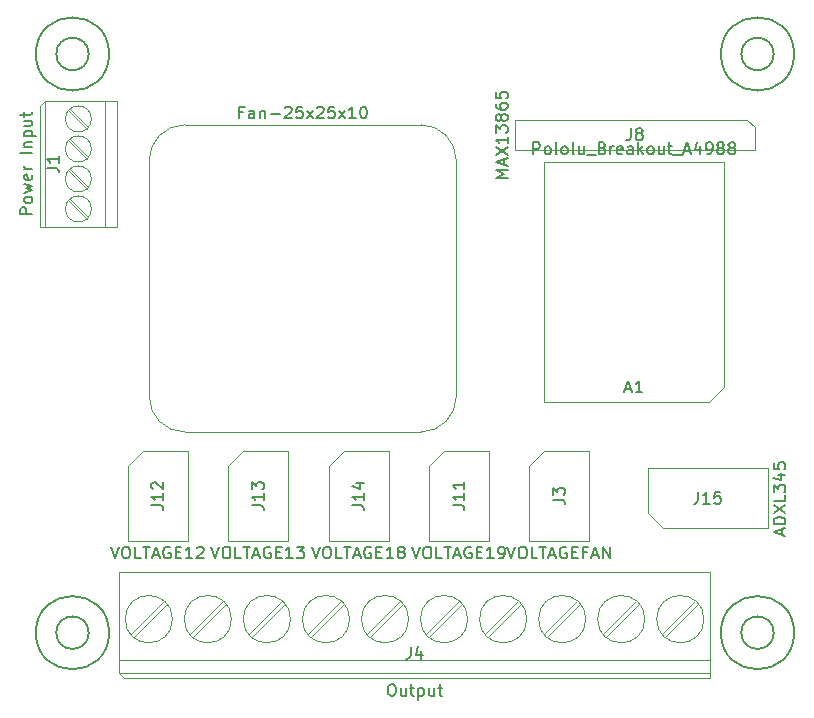
<source format=gbr>
%TF.GenerationSoftware,KiCad,Pcbnew,(5.1.9)-1*%
%TF.CreationDate,2021-03-07T19:12:45-05:00*%
%TF.ProjectId,bigp4ppa,62696770-3470-4706-912e-6b696361645f,rev?*%
%TF.SameCoordinates,Original*%
%TF.FileFunction,Other,Fab,Top*%
%FSLAX46Y46*%
G04 Gerber Fmt 4.6, Leading zero omitted, Abs format (unit mm)*
G04 Created by KiCad (PCBNEW (5.1.9)-1) date 2021-03-07 19:12:45*
%MOMM*%
%LPD*%
G01*
G04 APERTURE LIST*
%ADD10C,0.100000*%
%ADD11C,0.120000*%
%ADD12C,0.150000*%
G04 APERTURE END LIST*
D10*
%TO.C,J4*%
X82462000Y-96350000D02*
G75*
G03*
X82462000Y-96350000I-2000000J0D01*
G01*
X87462000Y-96350000D02*
G75*
G03*
X87462000Y-96350000I-2000000J0D01*
G01*
X92462000Y-96350000D02*
G75*
G03*
X92462000Y-96350000I-2000000J0D01*
G01*
X97462000Y-96350000D02*
G75*
G03*
X97462000Y-96350000I-2000000J0D01*
G01*
X102462000Y-96350000D02*
G75*
G03*
X102462000Y-96350000I-2000000J0D01*
G01*
X107462000Y-96350000D02*
G75*
G03*
X107462000Y-96350000I-2000000J0D01*
G01*
X112462000Y-96350000D02*
G75*
G03*
X112462000Y-96350000I-2000000J0D01*
G01*
X117462000Y-96350000D02*
G75*
G03*
X117462000Y-96350000I-2000000J0D01*
G01*
X122462000Y-96350000D02*
G75*
G03*
X122462000Y-96350000I-2000000J0D01*
G01*
X127462000Y-96350000D02*
G75*
G03*
X127462000Y-96350000I-2000000J0D01*
G01*
X77962000Y-92350000D02*
X127962000Y-92350000D01*
X127962000Y-92350000D02*
X127962000Y-101350000D01*
X127962000Y-101350000D02*
X78362000Y-101350000D01*
X78362000Y-101350000D02*
X77962000Y-100950000D01*
X77962000Y-100950000D02*
X77962000Y-92350000D01*
X77962000Y-100950000D02*
X127962000Y-100950000D01*
X77962000Y-99850000D02*
X127962000Y-99850000D01*
X81979000Y-95077000D02*
X79189000Y-97867000D01*
X81735000Y-94833000D02*
X78945000Y-97623000D01*
X86979000Y-95077000D02*
X84190000Y-97867000D01*
X86735000Y-94833000D02*
X83946000Y-97623000D01*
X91979000Y-95077000D02*
X89190000Y-97867000D01*
X91735000Y-94833000D02*
X88946000Y-97623000D01*
X96979000Y-95077000D02*
X94190000Y-97867000D01*
X96735000Y-94833000D02*
X93946000Y-97623000D01*
X101979000Y-95077000D02*
X99190000Y-97867000D01*
X101735000Y-94833000D02*
X98946000Y-97623000D01*
X106979000Y-95077000D02*
X104190000Y-97867000D01*
X106735000Y-94833000D02*
X103946000Y-97623000D01*
X111979000Y-95077000D02*
X109190000Y-97867000D01*
X111735000Y-94833000D02*
X108946000Y-97623000D01*
X116979000Y-95077000D02*
X114190000Y-97867000D01*
X116735000Y-94833000D02*
X113946000Y-97623000D01*
X121979000Y-95077000D02*
X119190000Y-97867000D01*
X121735000Y-94833000D02*
X118946000Y-97623000D01*
X126979000Y-95077000D02*
X124190000Y-97867000D01*
X126735000Y-94833000D02*
X123946000Y-97623000D01*
%TO.C,J15*%
X122692000Y-87396000D02*
X122692000Y-83586000D01*
X122692000Y-83586000D02*
X132852000Y-83586000D01*
X132852000Y-83586000D02*
X132852000Y-88666000D01*
X132852000Y-88666000D02*
X123962000Y-88666000D01*
X123962000Y-88666000D02*
X122692000Y-87396000D01*
%TO.C,A1*%
X129159000Y-76708000D02*
X127889000Y-77978000D01*
X127889000Y-77978000D02*
X113919000Y-77978000D01*
X113919000Y-77978000D02*
X113919000Y-57658000D01*
X113919000Y-57658000D02*
X129159000Y-57658000D01*
X129159000Y-57658000D02*
X129159000Y-76708000D01*
D11*
%TO.C,25x25*%
X80500000Y-77500000D02*
X80500000Y-57500000D01*
X103500000Y-80500000D02*
X83500000Y-80500000D01*
X106500000Y-57500000D02*
X106500000Y-77500000D01*
X83500000Y-54500000D02*
X103500000Y-54500000D01*
X80500000Y-57500000D02*
G75*
G02*
X83500000Y-54500000I3000000J0D01*
G01*
X83500000Y-80500000D02*
G75*
G02*
X80500000Y-77500000I0J3000000D01*
G01*
X106500000Y-77500000D02*
G75*
G02*
X103500000Y-80500000I-3000000J0D01*
G01*
X103500000Y-54500000D02*
G75*
G02*
X106500000Y-57500000I0J-3000000D01*
G01*
D10*
%TO.C,J1*%
X75335000Y-62321000D02*
X73800000Y-60786000D01*
X75200000Y-62455000D02*
X73665000Y-60920000D01*
X75335000Y-59781000D02*
X73800000Y-58246000D01*
X75200000Y-59915000D02*
X73665000Y-58380000D01*
X75335000Y-57241000D02*
X73800000Y-55706000D01*
X75200000Y-57375000D02*
X73665000Y-55840000D01*
X75335000Y-54701000D02*
X73800000Y-53165000D01*
X75200000Y-54835000D02*
X73665000Y-53299000D01*
X76750000Y-52500000D02*
X76750000Y-63120000D01*
X71650000Y-52500000D02*
X71650000Y-63120000D01*
X71650000Y-52500000D02*
X77750000Y-52500000D01*
X71250000Y-52900000D02*
X71650000Y-52500000D01*
X71250000Y-63120000D02*
X71250000Y-52900000D01*
X77750000Y-63120000D02*
X71250000Y-63120000D01*
X77750000Y-52500000D02*
X77750000Y-63120000D01*
X75600000Y-61620000D02*
G75*
G03*
X75600000Y-61620000I-1100000J0D01*
G01*
X75600000Y-59080000D02*
G75*
G03*
X75600000Y-59080000I-1100000J0D01*
G01*
X75600000Y-56540000D02*
G75*
G03*
X75600000Y-56540000I-1100000J0D01*
G01*
X75600000Y-54000000D02*
G75*
G03*
X75600000Y-54000000I-1100000J0D01*
G01*
%TO.C,J14*%
X95692000Y-83350000D02*
X96962000Y-82080000D01*
X95692000Y-89700000D02*
X95692000Y-83350000D01*
X100772000Y-89700000D02*
X95692000Y-89700000D01*
X100772000Y-82080000D02*
X100772000Y-89700000D01*
X96962000Y-82080000D02*
X100772000Y-82080000D01*
%TO.C,J13*%
X87192000Y-83350000D02*
X88462000Y-82080000D01*
X87192000Y-89700000D02*
X87192000Y-83350000D01*
X92272000Y-89700000D02*
X87192000Y-89700000D01*
X92272000Y-82080000D02*
X92272000Y-89700000D01*
X88462000Y-82080000D02*
X92272000Y-82080000D01*
%TO.C,J12*%
X78692000Y-83350000D02*
X79962000Y-82080000D01*
X78692000Y-89700000D02*
X78692000Y-83350000D01*
X83772000Y-89700000D02*
X78692000Y-89700000D01*
X83772000Y-82080000D02*
X83772000Y-89700000D01*
X79962000Y-82080000D02*
X83772000Y-82080000D01*
%TO.C,J11*%
X104192000Y-83350000D02*
X105462000Y-82080000D01*
X104192000Y-89700000D02*
X104192000Y-83350000D01*
X109272000Y-89700000D02*
X104192000Y-89700000D01*
X109272000Y-82080000D02*
X109272000Y-89700000D01*
X105462000Y-82080000D02*
X109272000Y-82080000D01*
%TO.C,J8*%
X131770000Y-54715000D02*
X131770000Y-56620000D01*
X131770000Y-56620000D02*
X111450000Y-56620000D01*
X111450000Y-56620000D02*
X111450000Y-54080000D01*
X111450000Y-54080000D02*
X131135000Y-54080000D01*
X131135000Y-54080000D02*
X131770000Y-54715000D01*
%TO.C,J3*%
X113962000Y-82080000D02*
X117772000Y-82080000D01*
X117772000Y-82080000D02*
X117772000Y-89700000D01*
X117772000Y-89700000D02*
X112692000Y-89700000D01*
X112692000Y-89700000D02*
X112692000Y-83350000D01*
X112692000Y-83350000D02*
X113962000Y-82080000D01*
D12*
%TO.C,*%
X135100000Y-48500000D02*
G75*
G03*
X135100000Y-48500000I-3100000J0D01*
G01*
X133375000Y-48500000D02*
G75*
G03*
X133375000Y-48500000I-1375000J0D01*
G01*
X135100000Y-97500000D02*
G75*
G03*
X135100000Y-97500000I-3100000J0D01*
G01*
X133375000Y-97500000D02*
G75*
G03*
X133375000Y-97500000I-1375000J0D01*
G01*
X77100000Y-97500000D02*
G75*
G03*
X77100000Y-97500000I-3100000J0D01*
G01*
X75375000Y-97500000D02*
G75*
G03*
X75375000Y-97500000I-1375000J0D01*
G01*
X77100000Y-48500000D02*
G75*
G03*
X77100000Y-48500000I-3100000J0D01*
G01*
X75375000Y-48500000D02*
G75*
G03*
X75375000Y-48500000I-1375000J0D01*
G01*
%TD*%
%TO.C,J4*%
X100938190Y-101862380D02*
X101128666Y-101862380D01*
X101223904Y-101910000D01*
X101319142Y-102005238D01*
X101366761Y-102195714D01*
X101366761Y-102529047D01*
X101319142Y-102719523D01*
X101223904Y-102814761D01*
X101128666Y-102862380D01*
X100938190Y-102862380D01*
X100842952Y-102814761D01*
X100747714Y-102719523D01*
X100700095Y-102529047D01*
X100700095Y-102195714D01*
X100747714Y-102005238D01*
X100842952Y-101910000D01*
X100938190Y-101862380D01*
X102223904Y-102195714D02*
X102223904Y-102862380D01*
X101795333Y-102195714D02*
X101795333Y-102719523D01*
X101842952Y-102814761D01*
X101938190Y-102862380D01*
X102081047Y-102862380D01*
X102176285Y-102814761D01*
X102223904Y-102767142D01*
X102557238Y-102195714D02*
X102938190Y-102195714D01*
X102700095Y-101862380D02*
X102700095Y-102719523D01*
X102747714Y-102814761D01*
X102842952Y-102862380D01*
X102938190Y-102862380D01*
X103271523Y-102195714D02*
X103271523Y-103195714D01*
X103271523Y-102243333D02*
X103366761Y-102195714D01*
X103557238Y-102195714D01*
X103652476Y-102243333D01*
X103700095Y-102290952D01*
X103747714Y-102386190D01*
X103747714Y-102671904D01*
X103700095Y-102767142D01*
X103652476Y-102814761D01*
X103557238Y-102862380D01*
X103366761Y-102862380D01*
X103271523Y-102814761D01*
X104604857Y-102195714D02*
X104604857Y-102862380D01*
X104176285Y-102195714D02*
X104176285Y-102719523D01*
X104223904Y-102814761D01*
X104319142Y-102862380D01*
X104462000Y-102862380D01*
X104557238Y-102814761D01*
X104604857Y-102767142D01*
X104938190Y-102195714D02*
X105319142Y-102195714D01*
X105081047Y-101862380D02*
X105081047Y-102719523D01*
X105128666Y-102814761D01*
X105223904Y-102862380D01*
X105319142Y-102862380D01*
X102628666Y-98702380D02*
X102628666Y-99416666D01*
X102581047Y-99559523D01*
X102485809Y-99654761D01*
X102342952Y-99702380D01*
X102247714Y-99702380D01*
X103533428Y-99035714D02*
X103533428Y-99702380D01*
X103295333Y-98654761D02*
X103057238Y-99369047D01*
X103676285Y-99369047D01*
%TO.C,J15*%
X134078666Y-89173619D02*
X134078666Y-88697428D01*
X134364380Y-89268857D02*
X133364380Y-88935523D01*
X134364380Y-88602190D01*
X134364380Y-88268857D02*
X133364380Y-88268857D01*
X133364380Y-88030761D01*
X133412000Y-87887904D01*
X133507238Y-87792666D01*
X133602476Y-87745047D01*
X133792952Y-87697428D01*
X133935809Y-87697428D01*
X134126285Y-87745047D01*
X134221523Y-87792666D01*
X134316761Y-87887904D01*
X134364380Y-88030761D01*
X134364380Y-88268857D01*
X133364380Y-87364095D02*
X134364380Y-86697428D01*
X133364380Y-86697428D02*
X134364380Y-87364095D01*
X134364380Y-85840285D02*
X134364380Y-86316476D01*
X133364380Y-86316476D01*
X133364380Y-85602190D02*
X133364380Y-84983142D01*
X133745333Y-85316476D01*
X133745333Y-85173619D01*
X133792952Y-85078380D01*
X133840571Y-85030761D01*
X133935809Y-84983142D01*
X134173904Y-84983142D01*
X134269142Y-85030761D01*
X134316761Y-85078380D01*
X134364380Y-85173619D01*
X134364380Y-85459333D01*
X134316761Y-85554571D01*
X134269142Y-85602190D01*
X133697714Y-84126000D02*
X134364380Y-84126000D01*
X133316761Y-84364095D02*
X134031047Y-84602190D01*
X134031047Y-83983142D01*
X133364380Y-83126000D02*
X133364380Y-83602190D01*
X133840571Y-83649809D01*
X133792952Y-83602190D01*
X133745333Y-83506952D01*
X133745333Y-83268857D01*
X133792952Y-83173619D01*
X133840571Y-83126000D01*
X133935809Y-83078380D01*
X134173904Y-83078380D01*
X134269142Y-83126000D01*
X134316761Y-83173619D01*
X134364380Y-83268857D01*
X134364380Y-83506952D01*
X134316761Y-83602190D01*
X134269142Y-83649809D01*
X126962476Y-85578380D02*
X126962476Y-86292666D01*
X126914857Y-86435523D01*
X126819619Y-86530761D01*
X126676761Y-86578380D01*
X126581523Y-86578380D01*
X127962476Y-86578380D02*
X127391047Y-86578380D01*
X127676761Y-86578380D02*
X127676761Y-85578380D01*
X127581523Y-85721238D01*
X127486285Y-85816476D01*
X127391047Y-85864095D01*
X128867238Y-85578380D02*
X128391047Y-85578380D01*
X128343428Y-86054571D01*
X128391047Y-86006952D01*
X128486285Y-85959333D01*
X128724380Y-85959333D01*
X128819619Y-86006952D01*
X128867238Y-86054571D01*
X128914857Y-86149809D01*
X128914857Y-86387904D01*
X128867238Y-86483142D01*
X128819619Y-86530761D01*
X128724380Y-86578380D01*
X128486285Y-86578380D01*
X128391047Y-86530761D01*
X128343428Y-86483142D01*
%TO.C,A1*%
X113015190Y-56990380D02*
X113015190Y-55990380D01*
X113396142Y-55990380D01*
X113491380Y-56038000D01*
X113539000Y-56085619D01*
X113586619Y-56180857D01*
X113586619Y-56323714D01*
X113539000Y-56418952D01*
X113491380Y-56466571D01*
X113396142Y-56514190D01*
X113015190Y-56514190D01*
X114158047Y-56990380D02*
X114062809Y-56942761D01*
X114015190Y-56895142D01*
X113967571Y-56799904D01*
X113967571Y-56514190D01*
X114015190Y-56418952D01*
X114062809Y-56371333D01*
X114158047Y-56323714D01*
X114300904Y-56323714D01*
X114396142Y-56371333D01*
X114443761Y-56418952D01*
X114491380Y-56514190D01*
X114491380Y-56799904D01*
X114443761Y-56895142D01*
X114396142Y-56942761D01*
X114300904Y-56990380D01*
X114158047Y-56990380D01*
X115062809Y-56990380D02*
X114967571Y-56942761D01*
X114919952Y-56847523D01*
X114919952Y-55990380D01*
X115586619Y-56990380D02*
X115491380Y-56942761D01*
X115443761Y-56895142D01*
X115396142Y-56799904D01*
X115396142Y-56514190D01*
X115443761Y-56418952D01*
X115491380Y-56371333D01*
X115586619Y-56323714D01*
X115729476Y-56323714D01*
X115824714Y-56371333D01*
X115872333Y-56418952D01*
X115919952Y-56514190D01*
X115919952Y-56799904D01*
X115872333Y-56895142D01*
X115824714Y-56942761D01*
X115729476Y-56990380D01*
X115586619Y-56990380D01*
X116491380Y-56990380D02*
X116396142Y-56942761D01*
X116348523Y-56847523D01*
X116348523Y-55990380D01*
X117300904Y-56323714D02*
X117300904Y-56990380D01*
X116872333Y-56323714D02*
X116872333Y-56847523D01*
X116919952Y-56942761D01*
X117015190Y-56990380D01*
X117158047Y-56990380D01*
X117253285Y-56942761D01*
X117300904Y-56895142D01*
X117539000Y-57085619D02*
X118300904Y-57085619D01*
X118872333Y-56466571D02*
X119015190Y-56514190D01*
X119062809Y-56561809D01*
X119110428Y-56657047D01*
X119110428Y-56799904D01*
X119062809Y-56895142D01*
X119015190Y-56942761D01*
X118919952Y-56990380D01*
X118539000Y-56990380D01*
X118539000Y-55990380D01*
X118872333Y-55990380D01*
X118967571Y-56038000D01*
X119015190Y-56085619D01*
X119062809Y-56180857D01*
X119062809Y-56276095D01*
X119015190Y-56371333D01*
X118967571Y-56418952D01*
X118872333Y-56466571D01*
X118539000Y-56466571D01*
X119539000Y-56990380D02*
X119539000Y-56323714D01*
X119539000Y-56514190D02*
X119586619Y-56418952D01*
X119634238Y-56371333D01*
X119729476Y-56323714D01*
X119824714Y-56323714D01*
X120539000Y-56942761D02*
X120443761Y-56990380D01*
X120253285Y-56990380D01*
X120158047Y-56942761D01*
X120110428Y-56847523D01*
X120110428Y-56466571D01*
X120158047Y-56371333D01*
X120253285Y-56323714D01*
X120443761Y-56323714D01*
X120539000Y-56371333D01*
X120586619Y-56466571D01*
X120586619Y-56561809D01*
X120110428Y-56657047D01*
X121443761Y-56990380D02*
X121443761Y-56466571D01*
X121396142Y-56371333D01*
X121300904Y-56323714D01*
X121110428Y-56323714D01*
X121015190Y-56371333D01*
X121443761Y-56942761D02*
X121348523Y-56990380D01*
X121110428Y-56990380D01*
X121015190Y-56942761D01*
X120967571Y-56847523D01*
X120967571Y-56752285D01*
X121015190Y-56657047D01*
X121110428Y-56609428D01*
X121348523Y-56609428D01*
X121443761Y-56561809D01*
X121919952Y-56990380D02*
X121919952Y-55990380D01*
X122015190Y-56609428D02*
X122300904Y-56990380D01*
X122300904Y-56323714D02*
X121919952Y-56704666D01*
X122872333Y-56990380D02*
X122777095Y-56942761D01*
X122729476Y-56895142D01*
X122681857Y-56799904D01*
X122681857Y-56514190D01*
X122729476Y-56418952D01*
X122777095Y-56371333D01*
X122872333Y-56323714D01*
X123015190Y-56323714D01*
X123110428Y-56371333D01*
X123158047Y-56418952D01*
X123205666Y-56514190D01*
X123205666Y-56799904D01*
X123158047Y-56895142D01*
X123110428Y-56942761D01*
X123015190Y-56990380D01*
X122872333Y-56990380D01*
X124062809Y-56323714D02*
X124062809Y-56990380D01*
X123634238Y-56323714D02*
X123634238Y-56847523D01*
X123681857Y-56942761D01*
X123777095Y-56990380D01*
X123919952Y-56990380D01*
X124015190Y-56942761D01*
X124062809Y-56895142D01*
X124396142Y-56323714D02*
X124777095Y-56323714D01*
X124539000Y-55990380D02*
X124539000Y-56847523D01*
X124586619Y-56942761D01*
X124681857Y-56990380D01*
X124777095Y-56990380D01*
X124872333Y-57085619D02*
X125634238Y-57085619D01*
X125824714Y-56704666D02*
X126300904Y-56704666D01*
X125729476Y-56990380D02*
X126062809Y-55990380D01*
X126396142Y-56990380D01*
X127158047Y-56323714D02*
X127158047Y-56990380D01*
X126919952Y-55942761D02*
X126681857Y-56657047D01*
X127300904Y-56657047D01*
X127729476Y-56990380D02*
X127919952Y-56990380D01*
X128015190Y-56942761D01*
X128062809Y-56895142D01*
X128158047Y-56752285D01*
X128205666Y-56561809D01*
X128205666Y-56180857D01*
X128158047Y-56085619D01*
X128110428Y-56038000D01*
X128015190Y-55990380D01*
X127824714Y-55990380D01*
X127729476Y-56038000D01*
X127681857Y-56085619D01*
X127634238Y-56180857D01*
X127634238Y-56418952D01*
X127681857Y-56514190D01*
X127729476Y-56561809D01*
X127824714Y-56609428D01*
X128015190Y-56609428D01*
X128110428Y-56561809D01*
X128158047Y-56514190D01*
X128205666Y-56418952D01*
X128777095Y-56418952D02*
X128681857Y-56371333D01*
X128634238Y-56323714D01*
X128586619Y-56228476D01*
X128586619Y-56180857D01*
X128634238Y-56085619D01*
X128681857Y-56038000D01*
X128777095Y-55990380D01*
X128967571Y-55990380D01*
X129062809Y-56038000D01*
X129110428Y-56085619D01*
X129158047Y-56180857D01*
X129158047Y-56228476D01*
X129110428Y-56323714D01*
X129062809Y-56371333D01*
X128967571Y-56418952D01*
X128777095Y-56418952D01*
X128681857Y-56466571D01*
X128634238Y-56514190D01*
X128586619Y-56609428D01*
X128586619Y-56799904D01*
X128634238Y-56895142D01*
X128681857Y-56942761D01*
X128777095Y-56990380D01*
X128967571Y-56990380D01*
X129062809Y-56942761D01*
X129110428Y-56895142D01*
X129158047Y-56799904D01*
X129158047Y-56609428D01*
X129110428Y-56514190D01*
X129062809Y-56466571D01*
X128967571Y-56418952D01*
X129729476Y-56418952D02*
X129634238Y-56371333D01*
X129586619Y-56323714D01*
X129539000Y-56228476D01*
X129539000Y-56180857D01*
X129586619Y-56085619D01*
X129634238Y-56038000D01*
X129729476Y-55990380D01*
X129919952Y-55990380D01*
X130015190Y-56038000D01*
X130062809Y-56085619D01*
X130110428Y-56180857D01*
X130110428Y-56228476D01*
X130062809Y-56323714D01*
X130015190Y-56371333D01*
X129919952Y-56418952D01*
X129729476Y-56418952D01*
X129634238Y-56466571D01*
X129586619Y-56514190D01*
X129539000Y-56609428D01*
X129539000Y-56799904D01*
X129586619Y-56895142D01*
X129634238Y-56942761D01*
X129729476Y-56990380D01*
X129919952Y-56990380D01*
X130015190Y-56942761D01*
X130062809Y-56895142D01*
X130110428Y-56799904D01*
X130110428Y-56609428D01*
X130062809Y-56514190D01*
X130015190Y-56466571D01*
X129919952Y-56418952D01*
X120824714Y-76874666D02*
X121300904Y-76874666D01*
X120729476Y-77160380D02*
X121062809Y-76160380D01*
X121396142Y-77160380D01*
X122253285Y-77160380D02*
X121681857Y-77160380D01*
X121967571Y-77160380D02*
X121967571Y-76160380D01*
X121872333Y-76303238D01*
X121777095Y-76398476D01*
X121681857Y-76446095D01*
%TO.C,25x25*%
X88452380Y-53428571D02*
X88119047Y-53428571D01*
X88119047Y-53952380D02*
X88119047Y-52952380D01*
X88595238Y-52952380D01*
X89404761Y-53952380D02*
X89404761Y-53428571D01*
X89357142Y-53333333D01*
X89261904Y-53285714D01*
X89071428Y-53285714D01*
X88976190Y-53333333D01*
X89404761Y-53904761D02*
X89309523Y-53952380D01*
X89071428Y-53952380D01*
X88976190Y-53904761D01*
X88928571Y-53809523D01*
X88928571Y-53714285D01*
X88976190Y-53619047D01*
X89071428Y-53571428D01*
X89309523Y-53571428D01*
X89404761Y-53523809D01*
X89880952Y-53285714D02*
X89880952Y-53952380D01*
X89880952Y-53380952D02*
X89928571Y-53333333D01*
X90023809Y-53285714D01*
X90166666Y-53285714D01*
X90261904Y-53333333D01*
X90309523Y-53428571D01*
X90309523Y-53952380D01*
X90785714Y-53571428D02*
X91547619Y-53571428D01*
X91976190Y-53047619D02*
X92023809Y-53000000D01*
X92119047Y-52952380D01*
X92357142Y-52952380D01*
X92452380Y-53000000D01*
X92500000Y-53047619D01*
X92547619Y-53142857D01*
X92547619Y-53238095D01*
X92500000Y-53380952D01*
X91928571Y-53952380D01*
X92547619Y-53952380D01*
X93452380Y-52952380D02*
X92976190Y-52952380D01*
X92928571Y-53428571D01*
X92976190Y-53380952D01*
X93071428Y-53333333D01*
X93309523Y-53333333D01*
X93404761Y-53380952D01*
X93452380Y-53428571D01*
X93500000Y-53523809D01*
X93500000Y-53761904D01*
X93452380Y-53857142D01*
X93404761Y-53904761D01*
X93309523Y-53952380D01*
X93071428Y-53952380D01*
X92976190Y-53904761D01*
X92928571Y-53857142D01*
X93833333Y-53952380D02*
X94357142Y-53285714D01*
X93833333Y-53285714D02*
X94357142Y-53952380D01*
X94690476Y-53047619D02*
X94738095Y-53000000D01*
X94833333Y-52952380D01*
X95071428Y-52952380D01*
X95166666Y-53000000D01*
X95214285Y-53047619D01*
X95261904Y-53142857D01*
X95261904Y-53238095D01*
X95214285Y-53380952D01*
X94642857Y-53952380D01*
X95261904Y-53952380D01*
X96166666Y-52952380D02*
X95690476Y-52952380D01*
X95642857Y-53428571D01*
X95690476Y-53380952D01*
X95785714Y-53333333D01*
X96023809Y-53333333D01*
X96119047Y-53380952D01*
X96166666Y-53428571D01*
X96214285Y-53523809D01*
X96214285Y-53761904D01*
X96166666Y-53857142D01*
X96119047Y-53904761D01*
X96023809Y-53952380D01*
X95785714Y-53952380D01*
X95690476Y-53904761D01*
X95642857Y-53857142D01*
X96547619Y-53952380D02*
X97071428Y-53285714D01*
X96547619Y-53285714D02*
X97071428Y-53952380D01*
X97976190Y-53952380D02*
X97404761Y-53952380D01*
X97690476Y-53952380D02*
X97690476Y-52952380D01*
X97595238Y-53095238D01*
X97500000Y-53190476D01*
X97404761Y-53238095D01*
X98595238Y-52952380D02*
X98690476Y-52952380D01*
X98785714Y-53000000D01*
X98833333Y-53047619D01*
X98880952Y-53142857D01*
X98928571Y-53333333D01*
X98928571Y-53571428D01*
X98880952Y-53761904D01*
X98833333Y-53857142D01*
X98785714Y-53904761D01*
X98690476Y-53952380D01*
X98595238Y-53952380D01*
X98500000Y-53904761D01*
X98452380Y-53857142D01*
X98404761Y-53761904D01*
X98357142Y-53571428D01*
X98357142Y-53333333D01*
X98404761Y-53142857D01*
X98452380Y-53047619D01*
X98500000Y-53000000D01*
X98595238Y-52952380D01*
%TO.C,J1*%
X70582380Y-62048095D02*
X69582380Y-62048095D01*
X69582380Y-61667142D01*
X69630000Y-61571904D01*
X69677619Y-61524285D01*
X69772857Y-61476666D01*
X69915714Y-61476666D01*
X70010952Y-61524285D01*
X70058571Y-61571904D01*
X70106190Y-61667142D01*
X70106190Y-62048095D01*
X70582380Y-60905238D02*
X70534761Y-61000476D01*
X70487142Y-61048095D01*
X70391904Y-61095714D01*
X70106190Y-61095714D01*
X70010952Y-61048095D01*
X69963333Y-61000476D01*
X69915714Y-60905238D01*
X69915714Y-60762380D01*
X69963333Y-60667142D01*
X70010952Y-60619523D01*
X70106190Y-60571904D01*
X70391904Y-60571904D01*
X70487142Y-60619523D01*
X70534761Y-60667142D01*
X70582380Y-60762380D01*
X70582380Y-60905238D01*
X69915714Y-60238571D02*
X70582380Y-60048095D01*
X70106190Y-59857619D01*
X70582380Y-59667142D01*
X69915714Y-59476666D01*
X70534761Y-58714761D02*
X70582380Y-58810000D01*
X70582380Y-59000476D01*
X70534761Y-59095714D01*
X70439523Y-59143333D01*
X70058571Y-59143333D01*
X69963333Y-59095714D01*
X69915714Y-59000476D01*
X69915714Y-58810000D01*
X69963333Y-58714761D01*
X70058571Y-58667142D01*
X70153809Y-58667142D01*
X70249047Y-59143333D01*
X70582380Y-58238571D02*
X69915714Y-58238571D01*
X70106190Y-58238571D02*
X70010952Y-58190952D01*
X69963333Y-58143333D01*
X69915714Y-58048095D01*
X69915714Y-57952857D01*
X70582380Y-56857619D02*
X69582380Y-56857619D01*
X69915714Y-56381428D02*
X70582380Y-56381428D01*
X70010952Y-56381428D02*
X69963333Y-56333809D01*
X69915714Y-56238571D01*
X69915714Y-56095714D01*
X69963333Y-56000476D01*
X70058571Y-55952857D01*
X70582380Y-55952857D01*
X69915714Y-55476666D02*
X70915714Y-55476666D01*
X69963333Y-55476666D02*
X69915714Y-55381428D01*
X69915714Y-55190952D01*
X69963333Y-55095714D01*
X70010952Y-55048095D01*
X70106190Y-55000476D01*
X70391904Y-55000476D01*
X70487142Y-55048095D01*
X70534761Y-55095714D01*
X70582380Y-55190952D01*
X70582380Y-55381428D01*
X70534761Y-55476666D01*
X69915714Y-54143333D02*
X70582380Y-54143333D01*
X69915714Y-54571904D02*
X70439523Y-54571904D01*
X70534761Y-54524285D01*
X70582380Y-54429047D01*
X70582380Y-54286190D01*
X70534761Y-54190952D01*
X70487142Y-54143333D01*
X69915714Y-53810000D02*
X69915714Y-53429047D01*
X69582380Y-53667142D02*
X70439523Y-53667142D01*
X70534761Y-53619523D01*
X70582380Y-53524285D01*
X70582380Y-53429047D01*
X71842380Y-58143333D02*
X72556666Y-58143333D01*
X72699523Y-58190952D01*
X72794761Y-58286190D01*
X72842380Y-58429047D01*
X72842380Y-58524285D01*
X72842380Y-57143333D02*
X72842380Y-57714761D01*
X72842380Y-57429047D02*
X71842380Y-57429047D01*
X71985238Y-57524285D01*
X72080476Y-57619523D01*
X72128095Y-57714761D01*
%TO.C,J14*%
X94255809Y-90212380D02*
X94589142Y-91212380D01*
X94922476Y-90212380D01*
X95446285Y-90212380D02*
X95636761Y-90212380D01*
X95732000Y-90260000D01*
X95827238Y-90355238D01*
X95874857Y-90545714D01*
X95874857Y-90879047D01*
X95827238Y-91069523D01*
X95732000Y-91164761D01*
X95636761Y-91212380D01*
X95446285Y-91212380D01*
X95351047Y-91164761D01*
X95255809Y-91069523D01*
X95208190Y-90879047D01*
X95208190Y-90545714D01*
X95255809Y-90355238D01*
X95351047Y-90260000D01*
X95446285Y-90212380D01*
X96779619Y-91212380D02*
X96303428Y-91212380D01*
X96303428Y-90212380D01*
X96970095Y-90212380D02*
X97541523Y-90212380D01*
X97255809Y-91212380D02*
X97255809Y-90212380D01*
X97827238Y-90926666D02*
X98303428Y-90926666D01*
X97732000Y-91212380D02*
X98065333Y-90212380D01*
X98398666Y-91212380D01*
X99255809Y-90260000D02*
X99160571Y-90212380D01*
X99017714Y-90212380D01*
X98874857Y-90260000D01*
X98779619Y-90355238D01*
X98732000Y-90450476D01*
X98684380Y-90640952D01*
X98684380Y-90783809D01*
X98732000Y-90974285D01*
X98779619Y-91069523D01*
X98874857Y-91164761D01*
X99017714Y-91212380D01*
X99112952Y-91212380D01*
X99255809Y-91164761D01*
X99303428Y-91117142D01*
X99303428Y-90783809D01*
X99112952Y-90783809D01*
X99732000Y-90688571D02*
X100065333Y-90688571D01*
X100208190Y-91212380D02*
X99732000Y-91212380D01*
X99732000Y-90212380D01*
X100208190Y-90212380D01*
X101160571Y-91212380D02*
X100589142Y-91212380D01*
X100874857Y-91212380D02*
X100874857Y-90212380D01*
X100779619Y-90355238D01*
X100684380Y-90450476D01*
X100589142Y-90498095D01*
X101732000Y-90640952D02*
X101636761Y-90593333D01*
X101589142Y-90545714D01*
X101541523Y-90450476D01*
X101541523Y-90402857D01*
X101589142Y-90307619D01*
X101636761Y-90260000D01*
X101732000Y-90212380D01*
X101922476Y-90212380D01*
X102017714Y-90260000D01*
X102065333Y-90307619D01*
X102112952Y-90402857D01*
X102112952Y-90450476D01*
X102065333Y-90545714D01*
X102017714Y-90593333D01*
X101922476Y-90640952D01*
X101732000Y-90640952D01*
X101636761Y-90688571D01*
X101589142Y-90736190D01*
X101541523Y-90831428D01*
X101541523Y-91021904D01*
X101589142Y-91117142D01*
X101636761Y-91164761D01*
X101732000Y-91212380D01*
X101922476Y-91212380D01*
X102017714Y-91164761D01*
X102065333Y-91117142D01*
X102112952Y-91021904D01*
X102112952Y-90831428D01*
X102065333Y-90736190D01*
X102017714Y-90688571D01*
X101922476Y-90640952D01*
X97684380Y-86699523D02*
X98398666Y-86699523D01*
X98541523Y-86747142D01*
X98636761Y-86842380D01*
X98684380Y-86985238D01*
X98684380Y-87080476D01*
X98684380Y-85699523D02*
X98684380Y-86270952D01*
X98684380Y-85985238D02*
X97684380Y-85985238D01*
X97827238Y-86080476D01*
X97922476Y-86175714D01*
X97970095Y-86270952D01*
X98017714Y-84842380D02*
X98684380Y-84842380D01*
X97636761Y-85080476D02*
X98351047Y-85318571D01*
X98351047Y-84699523D01*
%TO.C,J13*%
X85755809Y-90212380D02*
X86089142Y-91212380D01*
X86422476Y-90212380D01*
X86946285Y-90212380D02*
X87136761Y-90212380D01*
X87232000Y-90260000D01*
X87327238Y-90355238D01*
X87374857Y-90545714D01*
X87374857Y-90879047D01*
X87327238Y-91069523D01*
X87232000Y-91164761D01*
X87136761Y-91212380D01*
X86946285Y-91212380D01*
X86851047Y-91164761D01*
X86755809Y-91069523D01*
X86708190Y-90879047D01*
X86708190Y-90545714D01*
X86755809Y-90355238D01*
X86851047Y-90260000D01*
X86946285Y-90212380D01*
X88279619Y-91212380D02*
X87803428Y-91212380D01*
X87803428Y-90212380D01*
X88470095Y-90212380D02*
X89041523Y-90212380D01*
X88755809Y-91212380D02*
X88755809Y-90212380D01*
X89327238Y-90926666D02*
X89803428Y-90926666D01*
X89232000Y-91212380D02*
X89565333Y-90212380D01*
X89898666Y-91212380D01*
X90755809Y-90260000D02*
X90660571Y-90212380D01*
X90517714Y-90212380D01*
X90374857Y-90260000D01*
X90279619Y-90355238D01*
X90232000Y-90450476D01*
X90184380Y-90640952D01*
X90184380Y-90783809D01*
X90232000Y-90974285D01*
X90279619Y-91069523D01*
X90374857Y-91164761D01*
X90517714Y-91212380D01*
X90612952Y-91212380D01*
X90755809Y-91164761D01*
X90803428Y-91117142D01*
X90803428Y-90783809D01*
X90612952Y-90783809D01*
X91232000Y-90688571D02*
X91565333Y-90688571D01*
X91708190Y-91212380D02*
X91232000Y-91212380D01*
X91232000Y-90212380D01*
X91708190Y-90212380D01*
X92660571Y-91212380D02*
X92089142Y-91212380D01*
X92374857Y-91212380D02*
X92374857Y-90212380D01*
X92279619Y-90355238D01*
X92184380Y-90450476D01*
X92089142Y-90498095D01*
X92993904Y-90212380D02*
X93612952Y-90212380D01*
X93279619Y-90593333D01*
X93422476Y-90593333D01*
X93517714Y-90640952D01*
X93565333Y-90688571D01*
X93612952Y-90783809D01*
X93612952Y-91021904D01*
X93565333Y-91117142D01*
X93517714Y-91164761D01*
X93422476Y-91212380D01*
X93136761Y-91212380D01*
X93041523Y-91164761D01*
X92993904Y-91117142D01*
X89184380Y-86699523D02*
X89898666Y-86699523D01*
X90041523Y-86747142D01*
X90136761Y-86842380D01*
X90184380Y-86985238D01*
X90184380Y-87080476D01*
X90184380Y-85699523D02*
X90184380Y-86270952D01*
X90184380Y-85985238D02*
X89184380Y-85985238D01*
X89327238Y-86080476D01*
X89422476Y-86175714D01*
X89470095Y-86270952D01*
X89184380Y-85366190D02*
X89184380Y-84747142D01*
X89565333Y-85080476D01*
X89565333Y-84937619D01*
X89612952Y-84842380D01*
X89660571Y-84794761D01*
X89755809Y-84747142D01*
X89993904Y-84747142D01*
X90089142Y-84794761D01*
X90136761Y-84842380D01*
X90184380Y-84937619D01*
X90184380Y-85223333D01*
X90136761Y-85318571D01*
X90089142Y-85366190D01*
%TO.C,J12*%
X77255809Y-90212380D02*
X77589142Y-91212380D01*
X77922476Y-90212380D01*
X78446285Y-90212380D02*
X78636761Y-90212380D01*
X78732000Y-90260000D01*
X78827238Y-90355238D01*
X78874857Y-90545714D01*
X78874857Y-90879047D01*
X78827238Y-91069523D01*
X78732000Y-91164761D01*
X78636761Y-91212380D01*
X78446285Y-91212380D01*
X78351047Y-91164761D01*
X78255809Y-91069523D01*
X78208190Y-90879047D01*
X78208190Y-90545714D01*
X78255809Y-90355238D01*
X78351047Y-90260000D01*
X78446285Y-90212380D01*
X79779619Y-91212380D02*
X79303428Y-91212380D01*
X79303428Y-90212380D01*
X79970095Y-90212380D02*
X80541523Y-90212380D01*
X80255809Y-91212380D02*
X80255809Y-90212380D01*
X80827238Y-90926666D02*
X81303428Y-90926666D01*
X80732000Y-91212380D02*
X81065333Y-90212380D01*
X81398666Y-91212380D01*
X82255809Y-90260000D02*
X82160571Y-90212380D01*
X82017714Y-90212380D01*
X81874857Y-90260000D01*
X81779619Y-90355238D01*
X81732000Y-90450476D01*
X81684380Y-90640952D01*
X81684380Y-90783809D01*
X81732000Y-90974285D01*
X81779619Y-91069523D01*
X81874857Y-91164761D01*
X82017714Y-91212380D01*
X82112952Y-91212380D01*
X82255809Y-91164761D01*
X82303428Y-91117142D01*
X82303428Y-90783809D01*
X82112952Y-90783809D01*
X82732000Y-90688571D02*
X83065333Y-90688571D01*
X83208190Y-91212380D02*
X82732000Y-91212380D01*
X82732000Y-90212380D01*
X83208190Y-90212380D01*
X84160571Y-91212380D02*
X83589142Y-91212380D01*
X83874857Y-91212380D02*
X83874857Y-90212380D01*
X83779619Y-90355238D01*
X83684380Y-90450476D01*
X83589142Y-90498095D01*
X84541523Y-90307619D02*
X84589142Y-90260000D01*
X84684380Y-90212380D01*
X84922476Y-90212380D01*
X85017714Y-90260000D01*
X85065333Y-90307619D01*
X85112952Y-90402857D01*
X85112952Y-90498095D01*
X85065333Y-90640952D01*
X84493904Y-91212380D01*
X85112952Y-91212380D01*
X80684380Y-86699523D02*
X81398666Y-86699523D01*
X81541523Y-86747142D01*
X81636761Y-86842380D01*
X81684380Y-86985238D01*
X81684380Y-87080476D01*
X81684380Y-85699523D02*
X81684380Y-86270952D01*
X81684380Y-85985238D02*
X80684380Y-85985238D01*
X80827238Y-86080476D01*
X80922476Y-86175714D01*
X80970095Y-86270952D01*
X80779619Y-85318571D02*
X80732000Y-85270952D01*
X80684380Y-85175714D01*
X80684380Y-84937619D01*
X80732000Y-84842380D01*
X80779619Y-84794761D01*
X80874857Y-84747142D01*
X80970095Y-84747142D01*
X81112952Y-84794761D01*
X81684380Y-85366190D01*
X81684380Y-84747142D01*
%TO.C,J11*%
X102755809Y-90212380D02*
X103089142Y-91212380D01*
X103422476Y-90212380D01*
X103946285Y-90212380D02*
X104136761Y-90212380D01*
X104232000Y-90260000D01*
X104327238Y-90355238D01*
X104374857Y-90545714D01*
X104374857Y-90879047D01*
X104327238Y-91069523D01*
X104232000Y-91164761D01*
X104136761Y-91212380D01*
X103946285Y-91212380D01*
X103851047Y-91164761D01*
X103755809Y-91069523D01*
X103708190Y-90879047D01*
X103708190Y-90545714D01*
X103755809Y-90355238D01*
X103851047Y-90260000D01*
X103946285Y-90212380D01*
X105279619Y-91212380D02*
X104803428Y-91212380D01*
X104803428Y-90212380D01*
X105470095Y-90212380D02*
X106041523Y-90212380D01*
X105755809Y-91212380D02*
X105755809Y-90212380D01*
X106327238Y-90926666D02*
X106803428Y-90926666D01*
X106232000Y-91212380D02*
X106565333Y-90212380D01*
X106898666Y-91212380D01*
X107755809Y-90260000D02*
X107660571Y-90212380D01*
X107517714Y-90212380D01*
X107374857Y-90260000D01*
X107279619Y-90355238D01*
X107232000Y-90450476D01*
X107184380Y-90640952D01*
X107184380Y-90783809D01*
X107232000Y-90974285D01*
X107279619Y-91069523D01*
X107374857Y-91164761D01*
X107517714Y-91212380D01*
X107612952Y-91212380D01*
X107755809Y-91164761D01*
X107803428Y-91117142D01*
X107803428Y-90783809D01*
X107612952Y-90783809D01*
X108232000Y-90688571D02*
X108565333Y-90688571D01*
X108708190Y-91212380D02*
X108232000Y-91212380D01*
X108232000Y-90212380D01*
X108708190Y-90212380D01*
X109660571Y-91212380D02*
X109089142Y-91212380D01*
X109374857Y-91212380D02*
X109374857Y-90212380D01*
X109279619Y-90355238D01*
X109184380Y-90450476D01*
X109089142Y-90498095D01*
X110136761Y-91212380D02*
X110327238Y-91212380D01*
X110422476Y-91164761D01*
X110470095Y-91117142D01*
X110565333Y-90974285D01*
X110612952Y-90783809D01*
X110612952Y-90402857D01*
X110565333Y-90307619D01*
X110517714Y-90260000D01*
X110422476Y-90212380D01*
X110232000Y-90212380D01*
X110136761Y-90260000D01*
X110089142Y-90307619D01*
X110041523Y-90402857D01*
X110041523Y-90640952D01*
X110089142Y-90736190D01*
X110136761Y-90783809D01*
X110232000Y-90831428D01*
X110422476Y-90831428D01*
X110517714Y-90783809D01*
X110565333Y-90736190D01*
X110612952Y-90640952D01*
X106184380Y-86699523D02*
X106898666Y-86699523D01*
X107041523Y-86747142D01*
X107136761Y-86842380D01*
X107184380Y-86985238D01*
X107184380Y-87080476D01*
X107184380Y-85699523D02*
X107184380Y-86270952D01*
X107184380Y-85985238D02*
X106184380Y-85985238D01*
X106327238Y-86080476D01*
X106422476Y-86175714D01*
X106470095Y-86270952D01*
X107184380Y-84747142D02*
X107184380Y-85318571D01*
X107184380Y-85032857D02*
X106184380Y-85032857D01*
X106327238Y-85128095D01*
X106422476Y-85223333D01*
X106470095Y-85318571D01*
%TO.C,J8*%
X110842380Y-58969047D02*
X109842380Y-58969047D01*
X110556666Y-58635714D01*
X109842380Y-58302380D01*
X110842380Y-58302380D01*
X110556666Y-57873809D02*
X110556666Y-57397619D01*
X110842380Y-57969047D02*
X109842380Y-57635714D01*
X110842380Y-57302380D01*
X109842380Y-57064285D02*
X110842380Y-56397619D01*
X109842380Y-56397619D02*
X110842380Y-57064285D01*
X110842380Y-55492857D02*
X110842380Y-56064285D01*
X110842380Y-55778571D02*
X109842380Y-55778571D01*
X109985238Y-55873809D01*
X110080476Y-55969047D01*
X110128095Y-56064285D01*
X109842380Y-55159523D02*
X109842380Y-54540476D01*
X110223333Y-54873809D01*
X110223333Y-54730952D01*
X110270952Y-54635714D01*
X110318571Y-54588095D01*
X110413809Y-54540476D01*
X110651904Y-54540476D01*
X110747142Y-54588095D01*
X110794761Y-54635714D01*
X110842380Y-54730952D01*
X110842380Y-55016666D01*
X110794761Y-55111904D01*
X110747142Y-55159523D01*
X110270952Y-53969047D02*
X110223333Y-54064285D01*
X110175714Y-54111904D01*
X110080476Y-54159523D01*
X110032857Y-54159523D01*
X109937619Y-54111904D01*
X109890000Y-54064285D01*
X109842380Y-53969047D01*
X109842380Y-53778571D01*
X109890000Y-53683333D01*
X109937619Y-53635714D01*
X110032857Y-53588095D01*
X110080476Y-53588095D01*
X110175714Y-53635714D01*
X110223333Y-53683333D01*
X110270952Y-53778571D01*
X110270952Y-53969047D01*
X110318571Y-54064285D01*
X110366190Y-54111904D01*
X110461428Y-54159523D01*
X110651904Y-54159523D01*
X110747142Y-54111904D01*
X110794761Y-54064285D01*
X110842380Y-53969047D01*
X110842380Y-53778571D01*
X110794761Y-53683333D01*
X110747142Y-53635714D01*
X110651904Y-53588095D01*
X110461428Y-53588095D01*
X110366190Y-53635714D01*
X110318571Y-53683333D01*
X110270952Y-53778571D01*
X109842380Y-52730952D02*
X109842380Y-52921428D01*
X109890000Y-53016666D01*
X109937619Y-53064285D01*
X110080476Y-53159523D01*
X110270952Y-53207142D01*
X110651904Y-53207142D01*
X110747142Y-53159523D01*
X110794761Y-53111904D01*
X110842380Y-53016666D01*
X110842380Y-52826190D01*
X110794761Y-52730952D01*
X110747142Y-52683333D01*
X110651904Y-52635714D01*
X110413809Y-52635714D01*
X110318571Y-52683333D01*
X110270952Y-52730952D01*
X110223333Y-52826190D01*
X110223333Y-53016666D01*
X110270952Y-53111904D01*
X110318571Y-53159523D01*
X110413809Y-53207142D01*
X109842380Y-51730952D02*
X109842380Y-52207142D01*
X110318571Y-52254761D01*
X110270952Y-52207142D01*
X110223333Y-52111904D01*
X110223333Y-51873809D01*
X110270952Y-51778571D01*
X110318571Y-51730952D01*
X110413809Y-51683333D01*
X110651904Y-51683333D01*
X110747142Y-51730952D01*
X110794761Y-51778571D01*
X110842380Y-51873809D01*
X110842380Y-52111904D01*
X110794761Y-52207142D01*
X110747142Y-52254761D01*
X121276666Y-54802380D02*
X121276666Y-55516666D01*
X121229047Y-55659523D01*
X121133809Y-55754761D01*
X120990952Y-55802380D01*
X120895714Y-55802380D01*
X121895714Y-55230952D02*
X121800476Y-55183333D01*
X121752857Y-55135714D01*
X121705238Y-55040476D01*
X121705238Y-54992857D01*
X121752857Y-54897619D01*
X121800476Y-54850000D01*
X121895714Y-54802380D01*
X122086190Y-54802380D01*
X122181428Y-54850000D01*
X122229047Y-54897619D01*
X122276666Y-54992857D01*
X122276666Y-55040476D01*
X122229047Y-55135714D01*
X122181428Y-55183333D01*
X122086190Y-55230952D01*
X121895714Y-55230952D01*
X121800476Y-55278571D01*
X121752857Y-55326190D01*
X121705238Y-55421428D01*
X121705238Y-55611904D01*
X121752857Y-55707142D01*
X121800476Y-55754761D01*
X121895714Y-55802380D01*
X122086190Y-55802380D01*
X122181428Y-55754761D01*
X122229047Y-55707142D01*
X122276666Y-55611904D01*
X122276666Y-55421428D01*
X122229047Y-55326190D01*
X122181428Y-55278571D01*
X122086190Y-55230952D01*
%TO.C,J3*%
X110827238Y-90212380D02*
X111160571Y-91212380D01*
X111493904Y-90212380D01*
X112017714Y-90212380D02*
X112208190Y-90212380D01*
X112303428Y-90260000D01*
X112398666Y-90355238D01*
X112446285Y-90545714D01*
X112446285Y-90879047D01*
X112398666Y-91069523D01*
X112303428Y-91164761D01*
X112208190Y-91212380D01*
X112017714Y-91212380D01*
X111922476Y-91164761D01*
X111827238Y-91069523D01*
X111779619Y-90879047D01*
X111779619Y-90545714D01*
X111827238Y-90355238D01*
X111922476Y-90260000D01*
X112017714Y-90212380D01*
X113351047Y-91212380D02*
X112874857Y-91212380D01*
X112874857Y-90212380D01*
X113541523Y-90212380D02*
X114112952Y-90212380D01*
X113827238Y-91212380D02*
X113827238Y-90212380D01*
X114398666Y-90926666D02*
X114874857Y-90926666D01*
X114303428Y-91212380D02*
X114636761Y-90212380D01*
X114970095Y-91212380D01*
X115827238Y-90260000D02*
X115732000Y-90212380D01*
X115589142Y-90212380D01*
X115446285Y-90260000D01*
X115351047Y-90355238D01*
X115303428Y-90450476D01*
X115255809Y-90640952D01*
X115255809Y-90783809D01*
X115303428Y-90974285D01*
X115351047Y-91069523D01*
X115446285Y-91164761D01*
X115589142Y-91212380D01*
X115684380Y-91212380D01*
X115827238Y-91164761D01*
X115874857Y-91117142D01*
X115874857Y-90783809D01*
X115684380Y-90783809D01*
X116303428Y-90688571D02*
X116636761Y-90688571D01*
X116779619Y-91212380D02*
X116303428Y-91212380D01*
X116303428Y-90212380D01*
X116779619Y-90212380D01*
X117541523Y-90688571D02*
X117208190Y-90688571D01*
X117208190Y-91212380D02*
X117208190Y-90212380D01*
X117684380Y-90212380D01*
X118017714Y-90926666D02*
X118493904Y-90926666D01*
X117922476Y-91212380D02*
X118255809Y-90212380D01*
X118589142Y-91212380D01*
X118922476Y-91212380D02*
X118922476Y-90212380D01*
X119493904Y-91212380D01*
X119493904Y-90212380D01*
X114684380Y-86223333D02*
X115398666Y-86223333D01*
X115541523Y-86270952D01*
X115636761Y-86366190D01*
X115684380Y-86509047D01*
X115684380Y-86604285D01*
X114684380Y-85842380D02*
X114684380Y-85223333D01*
X115065333Y-85556666D01*
X115065333Y-85413809D01*
X115112952Y-85318571D01*
X115160571Y-85270952D01*
X115255809Y-85223333D01*
X115493904Y-85223333D01*
X115589142Y-85270952D01*
X115636761Y-85318571D01*
X115684380Y-85413809D01*
X115684380Y-85699523D01*
X115636761Y-85794761D01*
X115589142Y-85842380D01*
%TD*%
M02*

</source>
